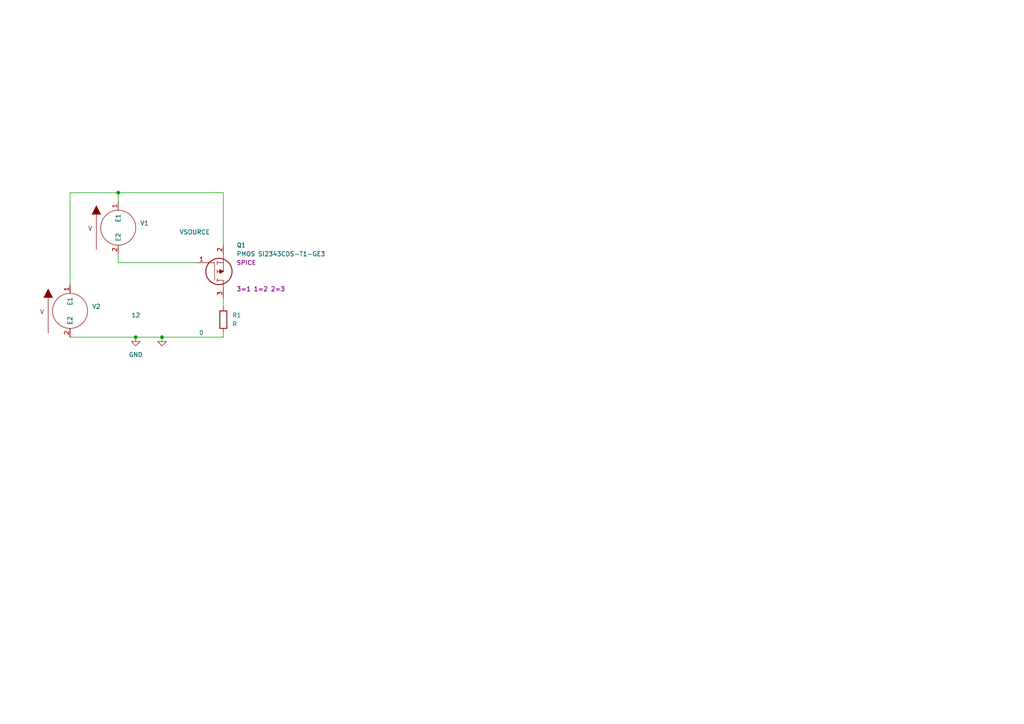
<source format=kicad_sch>
(kicad_sch (version 20211123) (generator eeschema)
  (paper "A4")
  (lib_symbols
    (symbol "Device:R" (pin_numbers hide) (pin_names (offset 0))
      (property "Reference" "R" (at 2.032 0 90))
      (property "Value" "R" (at 0 0 90))
      (symbol "R_0_1"
        (rectangle (start -1.016 -2.54) (end 1.016 2.54) (stroke (width 0.254)))
      )
      (symbol "R_1_1"
        (pin passive line (at 0 3.81 270) (length 1.27) (name "~") (number "1"))
        (pin passive line (at 0 -3.81 90) (length 1.27) (name "~") (number "2"))
      )
    )
    (symbol "EPSA_Lib:PMOS SI2343CDS-T1-GE3" (pin_names (offset 0.762))
      (property "Reference" "Q" (at 11.43 3.81 0))
      (property "Value" "PMOS SI2343CDS-T1-GE3" (at 11.43 1.27 0))
      (property "Spice_Primitive" "X" (at 11.43 3.81 0))
      (property "Spice_Model" "Si2343CDS" (at 11.43 3.81 0))
      (property "Spice_Netlist_Enabled" "Y" (at 11.43 3.81 0))
      (property "Spice_Node_Sequence" "3,1,2" (at 11.43 3.81 0))
      (property "Spice_Lib_File" "spice\\si2343cds_ps Rev B.lib" (at 11.43 3.81 0))
      (symbol "PMOS SI2343CDS-T1-GE3_0_0"
        (pin passive line (at 0 0 0) (length 2.54) (name "~") (number "1"))
        (pin passive line (at 7.62 -5.08 90) (length 2.54) (name "~") (number "2"))
        (pin passive line (at 7.62 10.16 270) (length 2.54) (name "~") (number "3"))
      )
      (symbol "PMOS SI2343CDS-T1-GE3_0_1"
        (polyline (pts (xy 5.842 -0.508) (xy 5.842 0.508)) (stroke (width 0.1524)))
        (polyline (pts (xy 5.842 0) (xy 7.62 0)) (stroke (width 0.1524)))
        (polyline (pts (xy 5.842 2.032) (xy 5.842 3.048)) (stroke (width 0.1524)))
        (polyline (pts (xy 5.842 5.588) (xy 5.842 4.572)) (stroke (width 0.1524)))
        (polyline (pts (xy 7.62 2.54) (xy 5.842 2.54)) (stroke (width 0.1524)))
        (polyline (pts (xy 7.62 2.54) (xy 7.62 -2.54)) (stroke (width 0.1524)))
        (polyline (pts (xy 7.62 5.08) (xy 5.842 5.08)) (stroke (width 0.1524)))
        (polyline (pts (xy 7.62 5.08) (xy 7.62 7.62)) (stroke (width 0.1524)))
        (polyline (pts (xy 2.54 0) (xy 5.08 0) (xy 5.08 5.08)) (stroke (width 0.1524)))
        (polyline (pts (xy 7.62 2.54) (xy 6.604 3.048) (xy 6.604 2.032) (xy 7.62 2.54)) (stroke (width 0.254)) (fill (type outline)))
        (circle (center 6.35 2.54) (radius 3.81) (stroke (width 0.254)))
      )
    )
    (symbol "power:GND" (power) (pin_names (offset 0))
      (property "Value" "GND" (at 0 -3.81 0))
      (symbol "GND_0_1"
        (polyline (pts (xy 0 0) (xy 0 -1.27) (xy 1.27 -1.27) (xy 0 -2.54) (xy -1.27 -1.27) (xy 0 -1.27)))
      )
      (symbol "GND_1_1"
        (pin power_in line (at 0 0 270) (length 0) hide (name "GND") (number "1"))
      )
    )
    (symbol "pspice:0" (power) (pin_names (offset 0))
      (property "Value" "0" (at 0 -1.778 0))
      (symbol "0_0_1"
        (polyline (pts (xy -1.27 0) (xy 0 -1.27) (xy 1.27 0) (xy -1.27 0)))
      )
      (symbol "0_1_1"
        (pin power_in line (at 0 0 0) (length 0) hide (name "0") (number "1"))
      )
    )
    (symbol "pspice:VSOURCE" (pin_names (offset 1.016))
      (property "Reference" "V" (at -6.35 7.62 0))
      (property "Value" "VSOURCE" (at 0 0 0))
      (symbol "VSOURCE_0_1"
        (polyline (pts (xy -6.35 -6.35) (xy -6.35 3.81)) (fill (type outline)))
        (polyline (pts (xy -7.62 3.81) (xy -6.35 6.35) (xy -5.08 3.81)) (fill (type outline)))
        (circle (center 0 0) (radius 5.08))
        (text "V" (at -8.128 -0.254 0) (effects (font (size 1.27 1.27))))
      )
      (symbol "VSOURCE_1_1"
        (pin input line (at 0 7.62 270) (length 2.54) (name "E1") (number "1"))
        (pin input line (at 0 -7.62 90) (length 2.54) (name "E2") (number "2"))
      )
    )
  )
  (junction (at 46.99 97.79))
  (junction (at 34.29 55.88))
  (junction (at 39.37 97.79))
  (wire (pts (xy 34.29 73.66) (xy 34.29 76.2)))
  (wire (pts (xy 46.99 97.79) (xy 46.99 99.06)))
  (wire (pts (xy 34.29 55.88) (xy 64.77 55.88)))
  (wire (pts (xy 20.32 97.79) (xy 39.37 97.79)))
  (wire (pts (xy 46.99 97.79) (xy 64.77 97.79)))
  (wire (pts (xy 34.29 55.88) (xy 34.29 58.42)))
  (wire (pts (xy 64.77 55.88) (xy 64.77 71.12)))
  (wire (pts (xy 64.77 86.36) (xy 64.77 88.9)))
  (wire (pts (xy 39.37 97.79) (xy 46.99 97.79)))
  (wire (pts (xy 20.32 55.88) (xy 34.29 55.88)))
  (wire (pts (xy 20.32 82.55) (xy 20.32 55.88)))
  (wire (pts (xy 64.77 97.79) (xy 64.77 96.52)))
  (wire (pts (xy 34.29 76.2) (xy 57.15 76.2)))
  (symbol (lib_id "EPSA_Lib:PMOS SI2343CDS-T1-GE3") (at 57.15 76.2 0) (mirror x) (unit 1)
    (property "Reference" "Q1" (at 68.58 71.1199 0) (effects (justify left)))
    (property "Value" "PMOS SI2343CDS-T1-GE3" (at 68.58 73.6599 0) (effects (justify left)))
    (property "Footprint" "SOT95P237X112-3N" (effects hide))
    (property "Datasheet" "https://datasheet.datasheetarchive.com/originals/distributors/Datasheets-DGA23/1582493.pdf" (effects hide))
    (property "Description" "Trans MOSFET P-CH 30V 4.2A 3-Pin Vishay SI2343CDS-T1-GE3 P-channel MOSFET Transistor, 4.7 A, -30 V, 3-Pin TO-236" (effects hide))
    (property "Height" "1.12" (effects hide))
    (property "Manufacturer_Name" "Vishay" (effects hide))
    (property "Manufacturer_Part_Number" "SI2343CDS-T1-GE3" (effects hide))
    (property "Mouser Part Number" "781-SI2343CDS-T1-GE3" (effects hide))
    (property "Mouser Price/Stock" "https://www.mouser.co.uk/ProductDetail/Vishay-Semiconductors/SI2343CDS-T1-GE3?qs=WX95TUc1y56rXCTRPp%252BkZQ%3D%3D" (effects hide))
    (property "Arrow Part Number" "SI2343CDS-T1-GE3" (effects hide))
    (property "Arrow Price/Stock" "https://www.arrow.com/en/products/si2343cds-t1-ge3/vishay" (effects hide))
    (property "Spice_Primitive" "X" (at 68.58 76.1999 0) (effects (justify left)))
    (property "Spice_Model" "Si2343CDS" (at 68.58 78.7399 0) (effects (justify left)))
    (property "Spice_Netlist_Enabled" "Y" (at 68.58 81.2799 0) (effects (justify left)))
    (property "Spice_Node_Sequence" "3,1,2" (at 68.58 83.8199 0) (effects (justify left)))
    (property "Spice_Lib_File" "spice\\si2343cds_ps Rev B.lib" (at 68.58 86.3599 0) (effects (justify left)))
  )
  (symbol (lib_id "pspice:VSOURCE") (at 20.32 90.17 0) (unit 1)
    (property "Reference" "V2" (at 26.67 88.8999 0) (effects (justify left)))
    (property "Value" "VSOURCE" (at 38.1 91.4399 0) (effects (justify left)))
    (property "Spice_Primitive" "V" (effects hide))
    (property "Spice_Model" "dc 12" (effects hide))
    (property "Spice_Netlist_Enabled" "Y" (effects hide))
  )
  (symbol (lib_id "pspice:0") (at 46.99 99.06 0) (unit 1)
    (property "Reference" "#GND01" (effects hide))
    (property "Value" "0" (at 58.42 96.52 0))
  )
  (symbol (lib_id "pspice:VSOURCE") (at 34.29 66.04 0) (unit 1)
    (property "Reference" "V1" (at 40.64 64.7699 0) (effects (justify left)))
    (property "Value" "VSOURCE" (at 52.07 67.3099 0) (effects (justify left)))
    (property "Spice_Primitive" "V" (effects hide))
    (property "Spice_Model" "dc 5 pulse(0 5 2 100m 100m 2 4)" (effects hide))
    (property "Spice_Netlist_Enabled" "Y" (effects hide))
  )
  (symbol (lib_id "Device:R") (at 64.77 92.71 0) (unit 1)
    (property "Reference" "R1" (at 67.31 91.4399 0) (effects (justify left)))
    (property "Value" "R" (at 67.31 93.9799 0) (effects (justify left)))
    (property "Spice_Primitive" "R" (effects hide))
    (property "Spice_Model" "2k" (effects hide))
    (property "Spice_Netlist_Enabled" "Y" (effects hide))
  )
  (symbol (lib_id "power:GND") (at 39.37 97.79 0) (unit 1)
    (property "Reference" "#PWR01" (effects hide))
    (property "Value" "GND" (at 39.37 102.87 0))
  )
)
</source>
